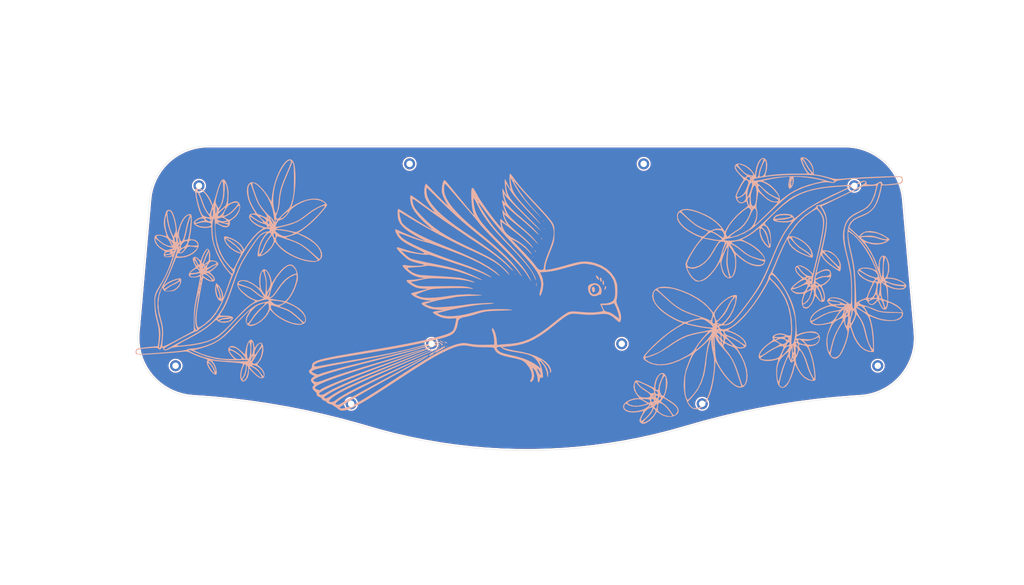
<source format=kicad_pcb>
(kicad_pcb (version 20171130) (host pcbnew "(5.1.4-0)")
  (layers (0 F.Cu signal) (31 B.Cu signal) (34 B.Paste user) (35 F.Paste user) (36 B.SilkS user) (37 F.SilkS user) (38 B.Mask user) (39 F.Mask user) (44 Edge.Cuts user))
  (net 0 "")
  (net 1 GND)
  (net 2 "Net-(H3-Pad1)")
  (net 3 "Net-(H4-Pad1)")
  (net 4 "Net-(H6-Pad1)")
  (net 5 "Net-(H7-Pad1)")
  (net 6 "Net-(H8-Pad1)")
  (net 7 "Net-(H1-Pad1)")
  (net 8 "Net-(H9-Pad1)")
  (net 9 "Net-(H10-Pad1)")
  (net 10 "Net-(H2-Pad1)")
  (net 11 "Net-(H5-Pad1)")
  (module MountingHole:MountingHole_2.2mm_M2_DIN965_Pad (layer F.Cu) (at 250 75)
    (fp_text reference H5)
    (fp_text value MountingHole_Pad)
    (pad 1 thru_hole circle (at 0 0) (size 3.8 3.8) (drill 2.2) (layers *.Cu *.Mask) (net 11 "Net-(H5-Pad1)"))
  )
  (module MountingHole:MountingHole_2.2mm_M2_DIN965_Pad (layer F.Cu) (at 97.5 67.5)
    (fp_text reference H2)
    (fp_text value MountingHole_Pad)
    (pad 1 thru_hole circle (at 0 0) (size 3.8 3.8) (drill 2.2) (layers *.Cu *.Mask) (net 10 "Net-(H2-Pad1)"))
  )
  (module MountingHole:MountingHole_2.2mm_M2_DIN965_Pad (layer F.Cu) (at 190 88)
    (fp_text reference H10)
    (fp_text value MountingHole_Pad)
    (pad 1 thru_hole circle (at 0 0) (size 3.8 3.8) (drill 2.2) (layers *.Cu *.Mask) (net 9 "Net-(H10-Pad1)"))
  )
  (module MountingHole:MountingHole_2.2mm_M2_DIN965_Pad (layer F.Cu) (at 10 75)
    (fp_text reference H9)
    (fp_text value MountingHole_Pad)
    (pad 1 thru_hole circle (at 0 0) (size 3.8 3.8) (drill 2.2) (layers *.Cu *.Mask) (net 8 "Net-(H9-Pad1)"))
  )
  (module MountingHole:MountingHole_2.2mm_M2_DIN965_Pad (layer F.Cu) (at 162.5 67.5)
    (fp_text reference H8)
    (fp_text value MountingHole_Pad)
    (pad 1 thru_hole circle (at 0 0) (size 3.8 3.8) (drill 2.2) (layers *.Cu *.Mask) (net 6 "Net-(H8-Pad1)"))
  )
  (module MountingHole:MountingHole_2.2mm_M2_DIN965_Pad (layer F.Cu) (at 242 13.5)
    (fp_text reference H7)
    (fp_text value MountingHole_Pad)
    (pad 1 thru_hole circle (at 0 0) (size 3.8 3.8) (drill 2.2) (layers *.Cu *.Mask) (net 5 "Net-(H7-Pad1)"))
  )
  (module MountingHole:MountingHole_2.2mm_M2_DIN965_Pad (layer F.Cu) (at 70 88)
    (fp_text reference H6)
    (fp_text value MountingHole_Pad)
    (pad 1 thru_hole circle (at 0 0) (size 3.8 3.8) (drill 2.2) (layers *.Cu *.Mask) (net 4 "Net-(H6-Pad1)"))
  )
  (module MountingHole:MountingHole_2.2mm_M2_DIN965_Pad (layer F.Cu) (at 170 6)
    (fp_text reference H4)
    (fp_text value MountingHole_Pad)
    (pad 1 thru_hole circle (at 0 0) (size 3.8 3.8) (drill 2.2) (layers *.Cu *.Mask) (net 3 "Net-(H4-Pad1)"))
  )
  (module MountingHole:MountingHole_2.2mm_M2_DIN965_Pad (layer F.Cu) (at 90 6)
    (fp_text reference H3)
    (fp_text value MountingHole_Pad)
    (pad 1 thru_hole circle (at 0 0) (size 3.8 3.8) (drill 2.2) (layers *.Cu *.Mask) (net 2 "Net-(H3-Pad1)"))
  )
  (module MountingHole:MountingHole_2.2mm_M2_DIN965_Pad (layer F.Cu) (at 18 13.5)
    (fp_text reference H1)
    (fp_text value MountingHole_Pad)
    (pad 1 thru_hole circle (at 0 0) (size 3.8 3.8) (drill 2.2) (layers *.Cu *.Mask) (net 7 "Net-(H1-Pad1)"))
  )
  (module custom-parts:ahokore (layer B.Cu) (at 130 54 180)
    (fp_text reference G*** hide)
    (fp_text value LOGO hide)
  )
  (gr_arc (start 17.144833 65.51616) (end -2.77906 63.773042) (angle -91.55116856) (layer Edge.Cuts) (width 0.1))
  (gr_line (start 1.213591 18.136926) (end -2.77906 63.773042) (layer Edge.Cuts) (width 0.1))
  (gr_arc (start 21.137484 19.880045) (end 21.137484 -0.119954) (angle -84.99998913) (layer Edge.Cuts) (width 0.1))
  (gr_line (start 238.862041 -0.119954) (end 21.137484 -0.119954) (layer Edge.Cuts) (width 0.1))
  (gr_arc (start 238.862041 19.880045) (end 258.785899 18.136518) (angle -84.998814) (layer Edge.Cuts) (width 0.1))
  (gr_line (start 262.779491 63.772605) (end 258.785899 18.136518) (layer Edge.Cuts) (width 0.1))
  (gr_arc (start 242.855633 65.516132) (end 244.058747 85.479912) (angle -91.55243783) (layer Edge.Cuts) (width 0.1))
  (gr_arc (start 259.999999 350) (end 244.058747 85.479912) (angle -13.15280143) (layer Edge.Cuts) (width 0.1))
  (gr_arc (start 129.999999 -86.033255) (end 75.714285 96.046565) (angle -33.2030992) (layer Edge.Cuts) (width 0.1))
  (gr_arc (start 0 350) (end 75.714285 96.046565) (angle -13.15270729) (layer Edge.Cuts) (width 0.1))
  (zone (net 0) (net_name "") (layer B.Cu) (connect_pads (clearance 0.508)) (min_thickness 0.254) (fill yes (arc_segments 32) (thermal_gap 0.508) (thermal_bridge_width 0.508))
    (polygon (pts (xy 275 -10) (xy 275 130) (xy -15 130) (xy -15 -10)))
  )
  (zone (net 0) (net_name "") (layer F.Cu) (connect_pads (clearance 0.508)) (min_thickness 0.254) (fill yes (arc_segments 32) (thermal_gap 0.508) (thermal_bridge_width 0.508))
    (polygon (pts (xy 275 -10) (xy 275 130) (xy -15 130) (xy -15 -10)))
  )
)
</source>
